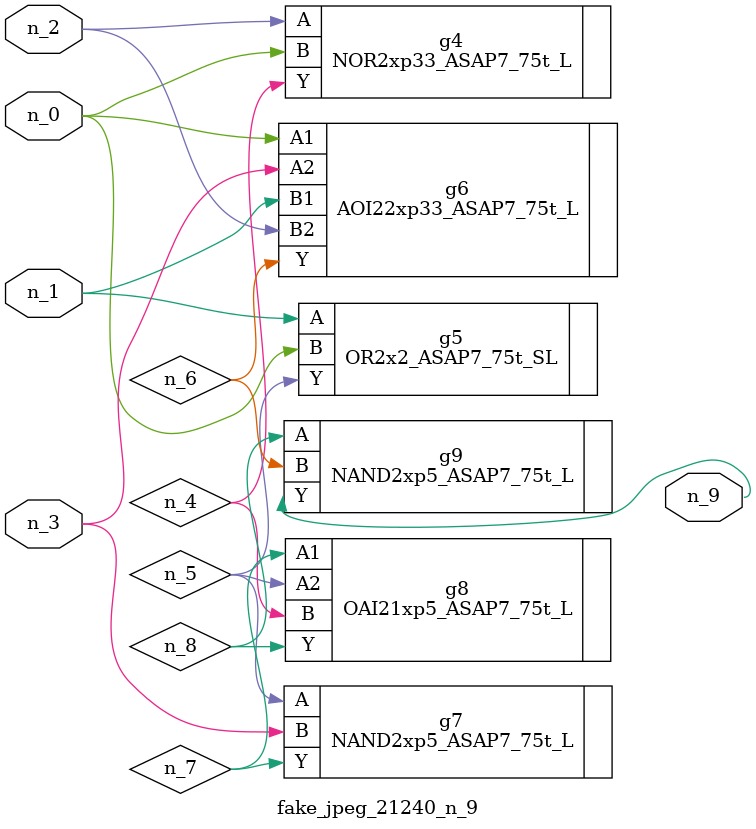
<source format=v>
module fake_jpeg_21240_n_9 (n_0, n_3, n_2, n_1, n_9);

input n_0;
input n_3;
input n_2;
input n_1;

output n_9;

wire n_4;
wire n_8;
wire n_6;
wire n_5;
wire n_7;

NOR2xp33_ASAP7_75t_L g4 ( 
.A(n_2),
.B(n_0),
.Y(n_4)
);

OR2x2_ASAP7_75t_SL g5 ( 
.A(n_1),
.B(n_0),
.Y(n_5)
);

AOI22xp33_ASAP7_75t_L g6 ( 
.A1(n_0),
.A2(n_3),
.B1(n_1),
.B2(n_2),
.Y(n_6)
);

NAND2xp5_ASAP7_75t_L g7 ( 
.A(n_5),
.B(n_3),
.Y(n_7)
);

OAI21xp5_ASAP7_75t_L g8 ( 
.A1(n_7),
.A2(n_5),
.B(n_4),
.Y(n_8)
);

NAND2xp5_ASAP7_75t_L g9 ( 
.A(n_8),
.B(n_6),
.Y(n_9)
);


endmodule
</source>
